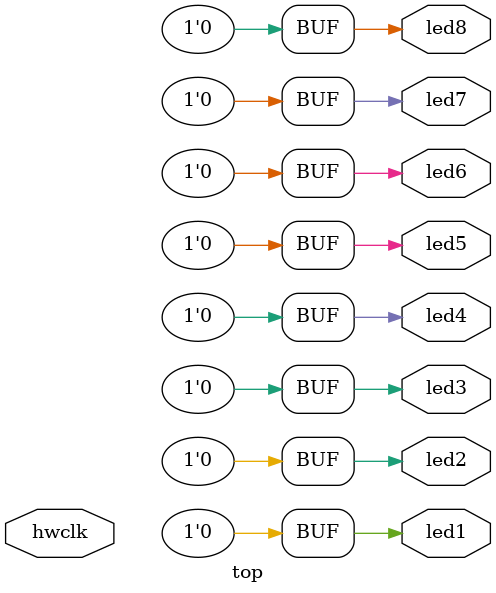
<source format=v>
module top(	// file.cleaned.mlir:2:3
  input  hwclk,	// file.cleaned.mlir:2:21
  output led1,	// file.cleaned.mlir:2:38
         led2,	// file.cleaned.mlir:2:53
         led3,	// file.cleaned.mlir:2:68
         led4,	// file.cleaned.mlir:2:83
         led5,	// file.cleaned.mlir:2:98
         led6,	// file.cleaned.mlir:2:113
         led7,	// file.cleaned.mlir:2:128
         led8	// file.cleaned.mlir:2:143
);

  assign led1 = 1'h0;	// file.cleaned.mlir:3:14, :4:5
  assign led2 = 1'h0;	// file.cleaned.mlir:3:14, :4:5
  assign led3 = 1'h0;	// file.cleaned.mlir:3:14, :4:5
  assign led4 = 1'h0;	// file.cleaned.mlir:3:14, :4:5
  assign led5 = 1'h0;	// file.cleaned.mlir:3:14, :4:5
  assign led6 = 1'h0;	// file.cleaned.mlir:3:14, :4:5
  assign led7 = 1'h0;	// file.cleaned.mlir:3:14, :4:5
  assign led8 = 1'h0;	// file.cleaned.mlir:3:14, :4:5
endmodule


</source>
